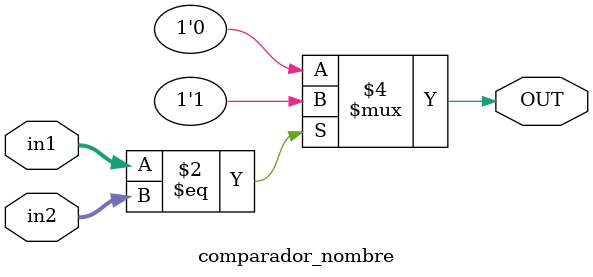
<source format=v>

module comparador_nombre#(
    parameter width = 10 //define el tamaño de los registros, se puede cambiar en el main o aqui en el modulo. Sirve para instanciar multiples veces este modulo.
)(
    input [width:0]  in1,
    input [width:0]  in2,  

    output reg       OUT
);

    always @(*) begin // lógica combinacional

        if(in1 == in2)
            OUT = 1;
        else
            OUT = 0;
    end

endmodule
</source>
